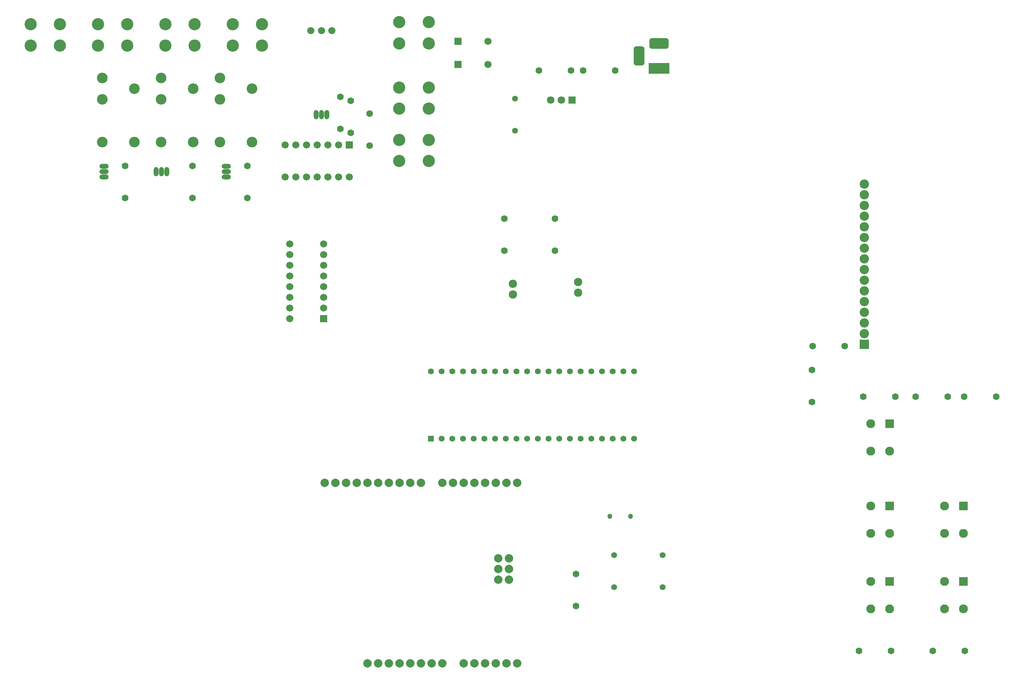
<source format=gbs>
%FSLAX23Y23*%
%MOIN*%
G70*
G01*
G75*
G04 Layer_Color=16711935*
%ADD10C,0.010*%
%ADD11C,0.001*%
%ADD12C,0.055*%
%ADD13R,0.059X0.059*%
%ADD14C,0.059*%
%ADD15C,0.059*%
%ADD16C,0.063*%
%ADD17R,0.063X0.063*%
%ADD18C,0.070*%
%ADD19R,0.075X0.075*%
%ADD20C,0.075*%
%ADD21C,0.106*%
G04:AMPARAMS|DCode=22|XSize=173mil|YSize=94mil|CornerRadius=24mil|HoleSize=0mil|Usage=FLASHONLY|Rotation=90.000|XOffset=0mil|YOffset=0mil|HoleType=Round|Shape=RoundedRectangle|*
%AMROUNDEDRECTD22*
21,1,0.173,0.047,0,0,90.0*
21,1,0.126,0.094,0,0,90.0*
1,1,0.047,0.024,0.063*
1,1,0.047,0.024,-0.063*
1,1,0.047,-0.024,-0.063*
1,1,0.047,-0.024,0.063*
%
%ADD22ROUNDEDRECTD22*%
%ADD23R,0.185X0.094*%
G04:AMPARAMS|DCode=24|XSize=173mil|YSize=94mil|CornerRadius=24mil|HoleSize=0mil|Usage=FLASHONLY|Rotation=180.000|XOffset=0mil|YOffset=0mil|HoleType=Round|Shape=RoundedRectangle|*
%AMROUNDEDRECTD24*
21,1,0.173,0.047,0,0,180.0*
21,1,0.126,0.094,0,0,180.0*
1,1,0.047,-0.063,0.024*
1,1,0.047,0.063,0.024*
1,1,0.047,0.063,-0.024*
1,1,0.047,-0.063,-0.024*
%
%ADD24ROUNDEDRECTD24*%
%ADD25C,0.091*%
%ADD26O,0.079X0.039*%
%ADD27O,0.079X0.039*%
%ADD28O,0.039X0.079*%
%ADD29O,0.039X0.079*%
%ADD30R,0.059X0.059*%
%ADD31C,0.047*%
%ADD32C,0.039*%
%ADD33R,0.047X0.047*%
%ADD34C,0.079*%
%ADD35R,0.079X0.079*%
%ADD36C,0.071*%
%ADD37C,0.008*%
%ADD38C,0.005*%
%ADD39C,0.010*%
%ADD40C,0.006*%
%ADD41R,0.031X0.075*%
%ADD42C,0.063*%
%ADD43R,0.067X0.067*%
%ADD44C,0.067*%
%ADD45C,0.067*%
%ADD46C,0.071*%
%ADD47R,0.071X0.071*%
%ADD48C,0.078*%
%ADD49R,0.083X0.083*%
%ADD50C,0.083*%
%ADD51C,0.114*%
G04:AMPARAMS|DCode=52|XSize=181mil|YSize=102mil|CornerRadius=28mil|HoleSize=0mil|Usage=FLASHONLY|Rotation=90.000|XOffset=0mil|YOffset=0mil|HoleType=Round|Shape=RoundedRectangle|*
%AMROUNDEDRECTD52*
21,1,0.181,0.047,0,0,90.0*
21,1,0.126,0.102,0,0,90.0*
1,1,0.055,0.024,0.063*
1,1,0.055,0.024,-0.063*
1,1,0.055,-0.024,-0.063*
1,1,0.055,-0.024,0.063*
%
%ADD52ROUNDEDRECTD52*%
%ADD53R,0.193X0.102*%
G04:AMPARAMS|DCode=54|XSize=181mil|YSize=102mil|CornerRadius=28mil|HoleSize=0mil|Usage=FLASHONLY|Rotation=180.000|XOffset=0mil|YOffset=0mil|HoleType=Round|Shape=RoundedRectangle|*
%AMROUNDEDRECTD54*
21,1,0.181,0.047,0,0,180.0*
21,1,0.126,0.102,0,0,180.0*
1,1,0.055,-0.063,0.024*
1,1,0.055,0.063,0.024*
1,1,0.055,0.063,-0.024*
1,1,0.055,-0.063,-0.024*
%
%ADD54ROUNDEDRECTD54*%
%ADD55C,0.099*%
%ADD56O,0.087X0.047*%
%ADD57O,0.087X0.047*%
%ADD58O,0.047X0.087*%
%ADD59O,0.047X0.087*%
%ADD60R,0.067X0.067*%
%ADD61C,0.055*%
%ADD62C,0.047*%
%ADD63R,0.055X0.055*%
%ADD64C,0.087*%
%ADD65R,0.087X0.087*%
%ADD66C,0.079*%
D42*
X3346Y5288D02*
D03*
Y4988D02*
D03*
X3169Y5406D02*
D03*
Y5106D02*
D03*
X3071Y5445D02*
D03*
Y5145D02*
D03*
X8752Y2638D02*
D03*
X8452D02*
D03*
X9205D02*
D03*
X8905D02*
D03*
X8260D02*
D03*
X7960D02*
D03*
X1059Y4796D02*
D03*
Y4496D02*
D03*
X1689Y4796D02*
D03*
Y4496D02*
D03*
X2201Y4796D02*
D03*
Y4496D02*
D03*
X8221Y256D02*
D03*
X7921D02*
D03*
X8610D02*
D03*
X8910D02*
D03*
X7480Y2586D02*
D03*
Y2886D02*
D03*
X5079Y4304D02*
D03*
Y4004D02*
D03*
X5276Y677D02*
D03*
Y977D02*
D03*
X4606Y4304D02*
D03*
Y4004D02*
D03*
X5642Y5689D02*
D03*
X5342D02*
D03*
X5229D02*
D03*
X4929D02*
D03*
X7488Y3110D02*
D03*
X7788D02*
D03*
D43*
X3154Y4993D02*
D03*
D44*
X3054D02*
D03*
X2954D02*
D03*
X2854D02*
D03*
X2754D02*
D03*
X2654D02*
D03*
X2554D02*
D03*
X3154Y4693D02*
D03*
X3054D02*
D03*
X2954D02*
D03*
X2854D02*
D03*
X2754D02*
D03*
X2654D02*
D03*
X2554D02*
D03*
D45*
X2795Y6063D02*
D03*
X2894D02*
D03*
X2992D02*
D03*
X2598Y4066D02*
D03*
Y3966D02*
D03*
Y3866D02*
D03*
Y3766D02*
D03*
Y3666D02*
D03*
Y3566D02*
D03*
Y3466D02*
D03*
Y3366D02*
D03*
X2913Y4066D02*
D03*
Y3966D02*
D03*
Y3866D02*
D03*
Y3766D02*
D03*
Y3666D02*
D03*
Y3566D02*
D03*
Y3466D02*
D03*
X4451Y5965D02*
D03*
Y5748D02*
D03*
D46*
X5038Y5413D02*
D03*
X5138D02*
D03*
D47*
X5238D02*
D03*
D48*
X4685Y3592D02*
D03*
Y3692D02*
D03*
X5295Y3611D02*
D03*
Y3711D02*
D03*
D49*
X8898Y1614D02*
D03*
Y906D02*
D03*
X8209D02*
D03*
Y1614D02*
D03*
Y2382D02*
D03*
D50*
X8720Y1614D02*
D03*
X8898Y1358D02*
D03*
X8720D02*
D03*
Y906D02*
D03*
X8898Y650D02*
D03*
X8720D02*
D03*
X8031Y906D02*
D03*
X8209Y650D02*
D03*
X8031D02*
D03*
Y1614D02*
D03*
X8209Y1358D02*
D03*
X8031D02*
D03*
Y2382D02*
D03*
X8209Y2126D02*
D03*
X8031D02*
D03*
D51*
X3622Y5039D02*
D03*
X3898D02*
D03*
X3622Y4843D02*
D03*
X3898D02*
D03*
D03*
X3622D02*
D03*
Y5531D02*
D03*
X3898D02*
D03*
X3622Y5335D02*
D03*
X3898D02*
D03*
D03*
X3622D02*
D03*
X173Y6122D02*
D03*
X449D02*
D03*
X173Y5925D02*
D03*
X449D02*
D03*
D03*
X173D02*
D03*
X1079D02*
D03*
X803D02*
D03*
X1079Y6122D02*
D03*
X803D02*
D03*
D03*
X1079D02*
D03*
X1709Y5925D02*
D03*
X1433D02*
D03*
X1709Y6122D02*
D03*
X1433D02*
D03*
D03*
X1709D02*
D03*
X2339Y5925D02*
D03*
X2063D02*
D03*
X2339Y6122D02*
D03*
X2063D02*
D03*
D03*
X2339D02*
D03*
X3898Y5945D02*
D03*
X3622D02*
D03*
X3898Y6142D02*
D03*
X3622D02*
D03*
D03*
X3898D02*
D03*
D52*
X5866Y5827D02*
D03*
D53*
X6051Y5709D02*
D03*
D54*
Y5945D02*
D03*
D55*
X1143Y5520D02*
D03*
Y5020D02*
D03*
X843D02*
D03*
Y5420D02*
D03*
Y5620D02*
D03*
X1694Y5520D02*
D03*
Y5020D02*
D03*
X1394D02*
D03*
Y5420D02*
D03*
Y5620D02*
D03*
X2245Y5520D02*
D03*
Y5020D02*
D03*
X1945D02*
D03*
Y5420D02*
D03*
Y5620D02*
D03*
D56*
X862Y4794D02*
D03*
X2004D02*
D03*
D57*
X862Y4744D02*
D03*
Y4694D02*
D03*
X2004Y4744D02*
D03*
Y4694D02*
D03*
D58*
X1448Y4744D02*
D03*
X2844Y5276D02*
D03*
X2894D02*
D03*
D59*
X1398Y4744D02*
D03*
X1348D02*
D03*
X2944Y5276D02*
D03*
D60*
X2913Y3366D02*
D03*
X4171Y5965D02*
D03*
Y5748D02*
D03*
D61*
X6083Y854D02*
D03*
Y1154D02*
D03*
X5630Y854D02*
D03*
Y1154D02*
D03*
X3917Y2874D02*
D03*
X4017D02*
D03*
X4117D02*
D03*
X4217D02*
D03*
X4317D02*
D03*
X4417D02*
D03*
X4517D02*
D03*
X4617D02*
D03*
X4717D02*
D03*
X4817D02*
D03*
X4917D02*
D03*
X5017D02*
D03*
X5117D02*
D03*
X5217D02*
D03*
X5317D02*
D03*
X5417D02*
D03*
X5517D02*
D03*
X5617D02*
D03*
X5717D02*
D03*
X5817D02*
D03*
D03*
Y2244D02*
D03*
X5717D02*
D03*
X5617D02*
D03*
X5517D02*
D03*
X5417D02*
D03*
X5317D02*
D03*
X5217D02*
D03*
X5117D02*
D03*
X5017D02*
D03*
X4917D02*
D03*
X4817D02*
D03*
X4717D02*
D03*
X4617D02*
D03*
X4517D02*
D03*
X4417D02*
D03*
X4317D02*
D03*
X4217D02*
D03*
X4117D02*
D03*
X4017D02*
D03*
X4705Y5126D02*
D03*
Y5426D02*
D03*
D62*
X5591Y1516D02*
D03*
X5783D02*
D03*
D63*
X3917Y2244D02*
D03*
D64*
X7972Y3226D02*
D03*
D03*
Y3326D02*
D03*
Y3426D02*
D03*
Y3526D02*
D03*
Y3626D02*
D03*
Y3726D02*
D03*
Y3826D02*
D03*
Y3926D02*
D03*
Y4026D02*
D03*
Y4126D02*
D03*
Y4226D02*
D03*
Y4326D02*
D03*
Y4426D02*
D03*
Y4526D02*
D03*
Y4626D02*
D03*
D65*
Y3126D02*
D03*
D66*
X4647Y1122D02*
D03*
X4547D02*
D03*
X4723Y1829D02*
D03*
Y139D02*
D03*
X4623D02*
D03*
X4523D02*
D03*
X4423D02*
D03*
X4323D02*
D03*
X4223D02*
D03*
X4023D02*
D03*
X3923D02*
D03*
X3823D02*
D03*
X3723D02*
D03*
X3623D02*
D03*
X3523D02*
D03*
X3423D02*
D03*
X3323D02*
D03*
X4547Y1022D02*
D03*
X4647D02*
D03*
X4547Y922D02*
D03*
X4647D02*
D03*
X4623Y1829D02*
D03*
X4523D02*
D03*
X4423D02*
D03*
X4323D02*
D03*
X4223D02*
D03*
X4123D02*
D03*
X4023D02*
D03*
X3823D02*
D03*
X3723D02*
D03*
X3623D02*
D03*
X3523D02*
D03*
X3423D02*
D03*
X3323D02*
D03*
X3223D02*
D03*
X3123D02*
D03*
X3023D02*
D03*
X2923D02*
D03*
M02*

</source>
